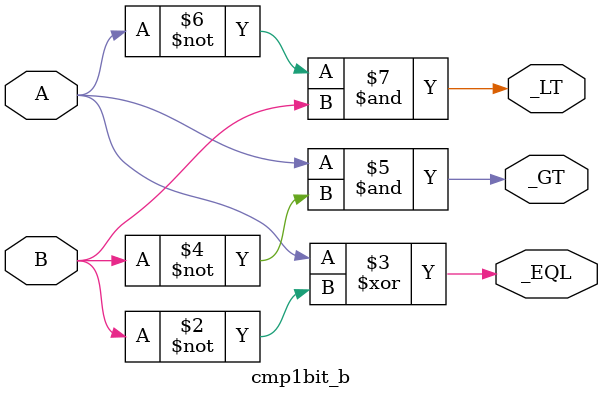
<source format=v>
/* 1 bit comparotor in behavior level */
module cmp1bit_b(A, B, _EQL, _GT, _LT);

    input   A, B;
    output  _EQL, _GT, _LT;
    reg     _EQL, _GT, _LT;

    always@(A or B) begin
        _EQL = A ^ ~B;
        _GT = A & ~B;
        _LT = ~A & B;
    end
    
endmodule

</source>
